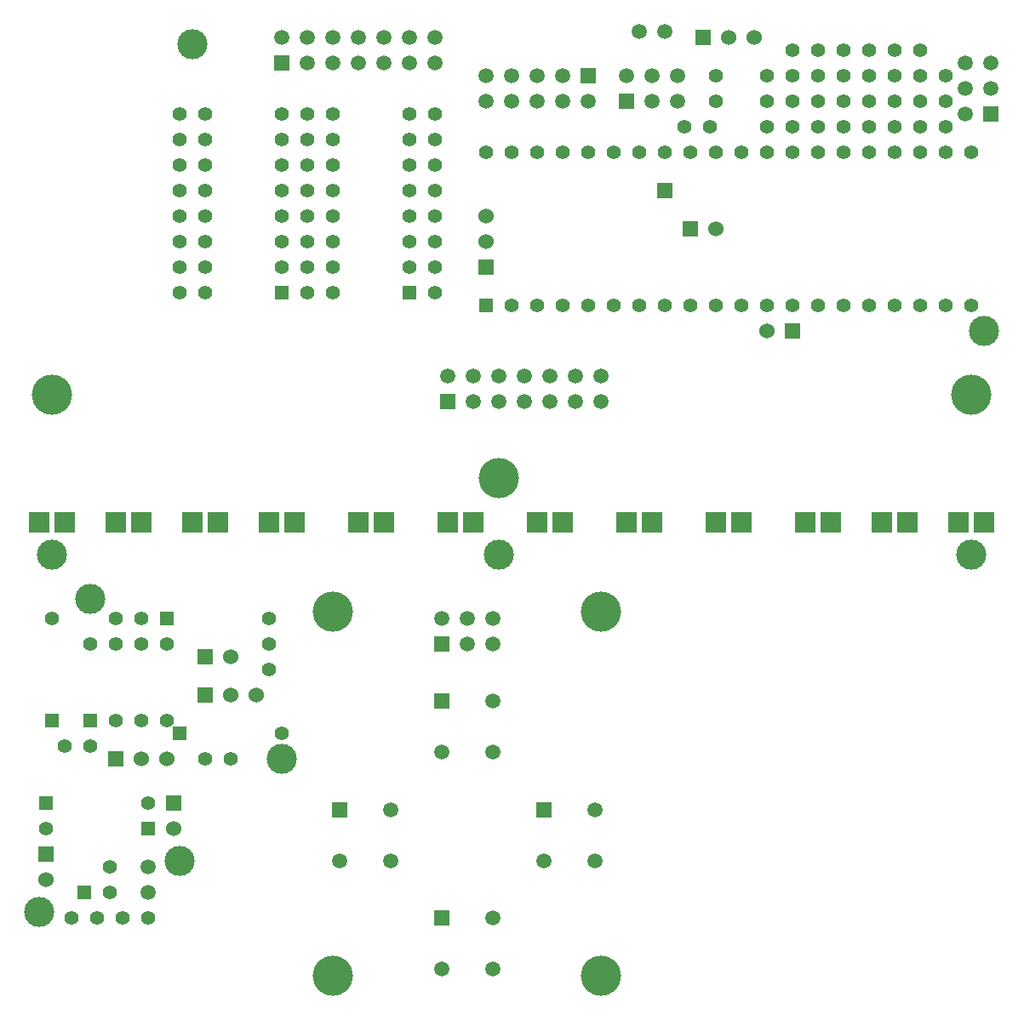
<source format=gbs>
G04 (created by PCBNEW (2013-07-07 BZR 4022)-stable) date 2014-10-27 11:47:08*
%MOIN*%
G04 Gerber Fmt 3.4, Leading zero omitted, Abs format*
%FSLAX34Y34*%
G01*
G70*
G90*
G04 APERTURE LIST*
%ADD10C,0.00590551*%
%ADD11C,0.055*%
%ADD12R,0.055X0.055*%
%ADD13R,0.0590551X0.0590551*%
%ADD14C,0.0590551*%
%ADD15R,0.0787402X0.0787402*%
%ADD16R,0.06X0.06*%
%ADD17C,0.06*%
%ADD18C,0.11811*%
%ADD19C,0.15748*%
G04 APERTURE END LIST*
G54D10*
G54D11*
X35500Y-8500D03*
X35500Y-7500D03*
X43500Y-6500D03*
X42500Y-6500D03*
X42500Y-7500D03*
X41500Y-7500D03*
X41500Y-6500D03*
X40500Y-6500D03*
X40500Y-7500D03*
X39500Y-7500D03*
X39500Y-6500D03*
X38500Y-6500D03*
X44500Y-9500D03*
X44500Y-8500D03*
X43500Y-9500D03*
X43500Y-8500D03*
X42500Y-9500D03*
X42500Y-8500D03*
X41500Y-9500D03*
X41500Y-8500D03*
X40500Y-9500D03*
X40500Y-8500D03*
X39500Y-9500D03*
X39500Y-8500D03*
X38500Y-7500D03*
X37500Y-7500D03*
X38500Y-9500D03*
X38500Y-8500D03*
X37500Y-9500D03*
X37500Y-8500D03*
G54D12*
X26500Y-16500D03*
G54D11*
X27500Y-16500D03*
X28500Y-16500D03*
X29500Y-16500D03*
X30500Y-16500D03*
X31500Y-16500D03*
X32500Y-16500D03*
X33500Y-16500D03*
X34500Y-16500D03*
X35500Y-16500D03*
X36500Y-16500D03*
X37500Y-16500D03*
X38500Y-16500D03*
X39500Y-16500D03*
X40500Y-16500D03*
X41500Y-16500D03*
X42500Y-16500D03*
X43500Y-16500D03*
X44500Y-16500D03*
X45500Y-16500D03*
X45500Y-10500D03*
X44500Y-10500D03*
X43500Y-10500D03*
X42500Y-10500D03*
X41500Y-10500D03*
X40500Y-10500D03*
X39500Y-10500D03*
X38500Y-10500D03*
X37500Y-10500D03*
X36500Y-10500D03*
X35500Y-10500D03*
X34500Y-10500D03*
X33500Y-10500D03*
X32500Y-10500D03*
X31500Y-10500D03*
X30500Y-10500D03*
X29500Y-10500D03*
X28500Y-10500D03*
X27500Y-10500D03*
X26500Y-10500D03*
X44500Y-7500D03*
X43500Y-7500D03*
G54D13*
X32000Y-8500D03*
G54D14*
X32000Y-7500D03*
X33000Y-8500D03*
X33000Y-7500D03*
X34000Y-8500D03*
X34000Y-7500D03*
G54D12*
X23500Y-16000D03*
G54D11*
X23500Y-15000D03*
X23500Y-14000D03*
X23500Y-13000D03*
X23500Y-12000D03*
X23500Y-11000D03*
X23500Y-10000D03*
X23500Y-9000D03*
X20500Y-9000D03*
X20500Y-10000D03*
X20500Y-11000D03*
X20500Y-12000D03*
X20500Y-13000D03*
X20500Y-14000D03*
X20500Y-15000D03*
X20500Y-16000D03*
G54D12*
X18500Y-16000D03*
G54D11*
X18500Y-15000D03*
X18500Y-14000D03*
X18500Y-13000D03*
X18500Y-12000D03*
X18500Y-11000D03*
X18500Y-10000D03*
X18500Y-9000D03*
X15500Y-9000D03*
X15500Y-10000D03*
X15500Y-11000D03*
X15500Y-12000D03*
X15500Y-13000D03*
X15500Y-14000D03*
X15500Y-15000D03*
X15500Y-16000D03*
G54D13*
X18500Y-7000D03*
G54D14*
X18500Y-6000D03*
X19500Y-7000D03*
X19500Y-6000D03*
X20500Y-7000D03*
X20500Y-6000D03*
X21500Y-7000D03*
X21500Y-6000D03*
X22500Y-7000D03*
X22500Y-6000D03*
X23500Y-7000D03*
X23500Y-6000D03*
X24500Y-7000D03*
X24500Y-6000D03*
X29500Y-8500D03*
X28500Y-8500D03*
X27500Y-8500D03*
G54D13*
X30500Y-7500D03*
G54D14*
X29500Y-7500D03*
X28500Y-7500D03*
X27500Y-7500D03*
X30500Y-8500D03*
X26500Y-7500D03*
X26500Y-8500D03*
G54D13*
X25000Y-20250D03*
G54D14*
X25000Y-19250D03*
X26000Y-20250D03*
X26000Y-19250D03*
X27000Y-20250D03*
X27000Y-19250D03*
X28000Y-20250D03*
X28000Y-19250D03*
X29000Y-20250D03*
X29000Y-19250D03*
X30000Y-20250D03*
X30000Y-19250D03*
X31000Y-20250D03*
X31000Y-19250D03*
G54D15*
X9000Y-25000D03*
X10000Y-25000D03*
X12000Y-25000D03*
X13000Y-25000D03*
X15000Y-25000D03*
X16000Y-25000D03*
X18000Y-25000D03*
X19000Y-25000D03*
X21500Y-25000D03*
X22500Y-25000D03*
X25000Y-25000D03*
X26000Y-25000D03*
X28500Y-25000D03*
X29500Y-25000D03*
X32000Y-25000D03*
X33000Y-25000D03*
X35500Y-25000D03*
X36500Y-25000D03*
X39000Y-25000D03*
X40000Y-25000D03*
X42000Y-25000D03*
X43000Y-25000D03*
X45000Y-25000D03*
X46000Y-25000D03*
G54D11*
X13000Y-28750D03*
X12000Y-28750D03*
X11000Y-33750D03*
X10000Y-33750D03*
X18000Y-29750D03*
X18000Y-30750D03*
G54D16*
X15500Y-31750D03*
G54D17*
X16500Y-31750D03*
X17500Y-31750D03*
G54D16*
X15500Y-30250D03*
G54D17*
X16500Y-30250D03*
G54D12*
X11000Y-32750D03*
G54D11*
X12000Y-32750D03*
X13000Y-32750D03*
X14000Y-32750D03*
X14000Y-29750D03*
X13000Y-29750D03*
X12000Y-29750D03*
X11000Y-29750D03*
G54D12*
X9500Y-32750D03*
G54D11*
X9500Y-28750D03*
G54D12*
X14500Y-33250D03*
G54D11*
X18500Y-33250D03*
G54D12*
X14000Y-28750D03*
G54D11*
X18000Y-28750D03*
X15500Y-34250D03*
X16500Y-34250D03*
G54D16*
X12000Y-34250D03*
G54D17*
X13000Y-34250D03*
X14000Y-34250D03*
G54D11*
X24500Y-10000D03*
X24500Y-9000D03*
X24500Y-12000D03*
X24500Y-11000D03*
X24500Y-14000D03*
X24500Y-13000D03*
X24500Y-16000D03*
X24500Y-15000D03*
X19500Y-16000D03*
X19500Y-15000D03*
X19500Y-14000D03*
X19500Y-13000D03*
X19500Y-12000D03*
X19500Y-11000D03*
X19500Y-10000D03*
X19500Y-9000D03*
X14500Y-16000D03*
X14500Y-15000D03*
X14500Y-14000D03*
X14500Y-13000D03*
X14500Y-12000D03*
X14500Y-11000D03*
X14500Y-10000D03*
X14500Y-9000D03*
G54D14*
X13250Y-38500D03*
X13250Y-39500D03*
G54D12*
X10750Y-39500D03*
G54D11*
X11750Y-39500D03*
X11750Y-38500D03*
X10250Y-40500D03*
X11250Y-40500D03*
X13250Y-40500D03*
X12250Y-40500D03*
G54D16*
X9250Y-38000D03*
G54D17*
X9250Y-39000D03*
G54D16*
X14250Y-36000D03*
G54D17*
X14250Y-37000D03*
G54D12*
X9250Y-36000D03*
G54D11*
X13250Y-36000D03*
G54D12*
X13250Y-37000D03*
G54D11*
X9250Y-37000D03*
G54D16*
X35000Y-6000D03*
G54D17*
X36000Y-6000D03*
X37000Y-6000D03*
G54D14*
X33500Y-5750D03*
X32500Y-5750D03*
G54D13*
X24750Y-40500D03*
G54D14*
X26750Y-40500D03*
X26750Y-42500D03*
X24750Y-42500D03*
G54D13*
X20750Y-36250D03*
G54D14*
X22750Y-36250D03*
X22750Y-38250D03*
X20750Y-38250D03*
G54D13*
X28750Y-36250D03*
G54D14*
X30750Y-36250D03*
X30750Y-38250D03*
X28750Y-38250D03*
G54D13*
X24750Y-32000D03*
G54D14*
X26750Y-32000D03*
X26750Y-34000D03*
X24750Y-34000D03*
G54D13*
X24750Y-29750D03*
G54D14*
X24750Y-28750D03*
X25750Y-29750D03*
X25750Y-28750D03*
X26750Y-28750D03*
X26750Y-29750D03*
G54D11*
X34250Y-9500D03*
X35250Y-9500D03*
G54D16*
X38500Y-17500D03*
G54D17*
X37500Y-17500D03*
G54D13*
X46250Y-9000D03*
G54D14*
X45250Y-9000D03*
X46250Y-8000D03*
X45250Y-8000D03*
X45250Y-7000D03*
X46250Y-7000D03*
G54D18*
X15000Y-6250D03*
X46000Y-17500D03*
G54D19*
X45500Y-20000D03*
X9500Y-20000D03*
X27000Y-23250D03*
G54D18*
X45500Y-26250D03*
X9500Y-26250D03*
X27000Y-26250D03*
X18500Y-34250D03*
X11000Y-28000D03*
X14500Y-38250D03*
X9000Y-40250D03*
G54D16*
X26500Y-15000D03*
G54D17*
X26500Y-14000D03*
X26500Y-13000D03*
G54D16*
X34500Y-13500D03*
G54D17*
X35500Y-13500D03*
G54D16*
X33500Y-12000D03*
G54D19*
X31000Y-28500D03*
X20500Y-28500D03*
X20500Y-42750D03*
X31000Y-42750D03*
M02*

</source>
